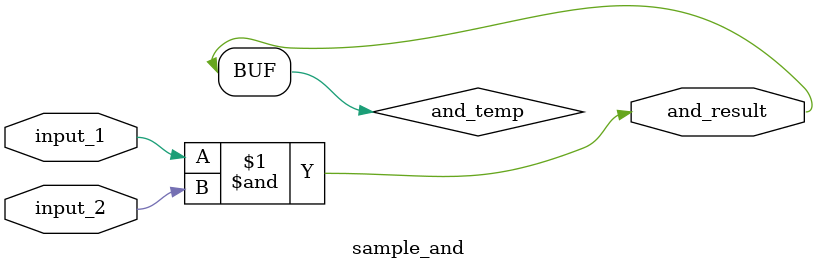
<source format=v>
module sample_and
  ( 
    input_1,
    input_2,
    and_result);
   
  input  input_1;
  input  input_2;
  output and_result;
 
  wire   and_temp;  
 
  assign and_temp = input_1 & input_2;
   
  assign and_result = and_temp;
 
endmodule

</source>
